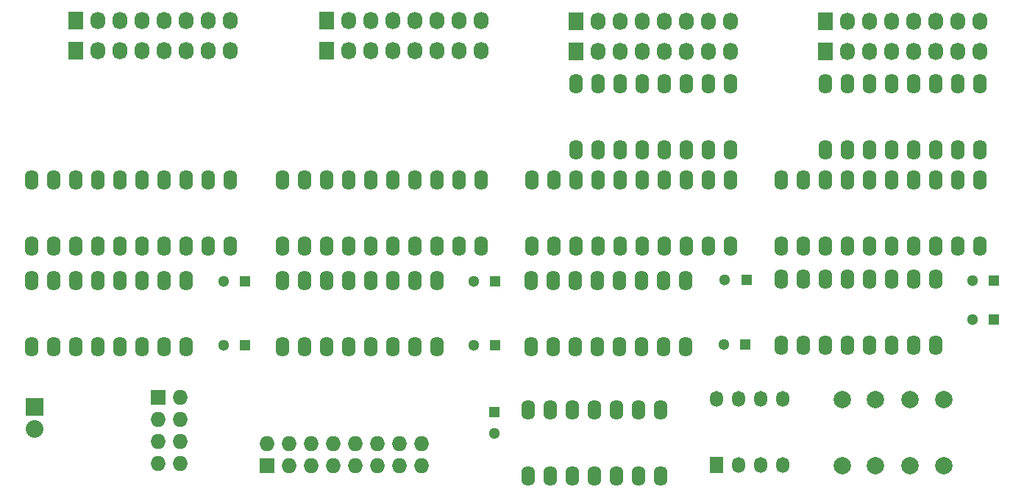
<source format=gts>
G04 #@! TF.FileFunction,Soldermask,Top*
%FSLAX46Y46*%
G04 Gerber Fmt 4.6, Leading zero omitted, Abs format (unit mm)*
G04 Created by KiCad (PCBNEW 4.0.3-stable) date 10/17/16 14:31:28*
%MOMM*%
%LPD*%
G01*
G04 APERTURE LIST*
%ADD10C,0.100000*%
%ADD11R,1.300000X1.300000*%
%ADD12C,1.300000*%
%ADD13R,1.727200X2.032000*%
%ADD14O,1.727200X2.032000*%
%ADD15O,1.600000X2.300000*%
%ADD16R,1.727200X1.727200*%
%ADD17O,1.727200X1.727200*%
%ADD18C,1.998980*%
%ADD19R,1.524000X1.824000*%
%ADD20O,1.524000X1.824000*%
%ADD21R,2.032000X2.032000*%
%ADD22O,2.032000X2.032000*%
G04 APERTURE END LIST*
D10*
D11*
X137200000Y-104500000D03*
D12*
X134700000Y-104500000D03*
D11*
X137200000Y-97100000D03*
D12*
X134700000Y-97100000D03*
D11*
X166000000Y-104500000D03*
D12*
X163500000Y-104500000D03*
D11*
X166000000Y-97100000D03*
D12*
X163500000Y-97100000D03*
D11*
X194800000Y-104400000D03*
D12*
X192300000Y-104400000D03*
D11*
X194900000Y-96900000D03*
D12*
X192400000Y-96900000D03*
D11*
X223400000Y-101500000D03*
D12*
X220900000Y-101500000D03*
D11*
X223400000Y-97000000D03*
D12*
X220900000Y-97000000D03*
D13*
X117700000Y-70500000D03*
D14*
X120240000Y-70500000D03*
X122780000Y-70500000D03*
X125320000Y-70500000D03*
X127860000Y-70500000D03*
X130400000Y-70500000D03*
X132940000Y-70500000D03*
X135480000Y-70500000D03*
D13*
X117700000Y-67000000D03*
D14*
X120240000Y-67000000D03*
X122780000Y-67000000D03*
X125320000Y-67000000D03*
X127860000Y-67000000D03*
X130400000Y-67000000D03*
X132940000Y-67000000D03*
X135480000Y-67000000D03*
D13*
X146600000Y-70500000D03*
D14*
X149140000Y-70500000D03*
X151680000Y-70500000D03*
X154220000Y-70500000D03*
X156760000Y-70500000D03*
X159300000Y-70500000D03*
X161840000Y-70500000D03*
X164380000Y-70500000D03*
D13*
X146600000Y-67000000D03*
D14*
X149140000Y-67000000D03*
X151680000Y-67000000D03*
X154220000Y-67000000D03*
X156760000Y-67000000D03*
X159300000Y-67000000D03*
X161840000Y-67000000D03*
X164380000Y-67000000D03*
D15*
X175300000Y-81900000D03*
X177840000Y-81900000D03*
X180380000Y-81900000D03*
X182920000Y-81900000D03*
X185460000Y-81900000D03*
X188000000Y-81900000D03*
X190540000Y-81900000D03*
X193080000Y-81900000D03*
X193080000Y-74280000D03*
X190540000Y-74280000D03*
X188000000Y-74280000D03*
X185460000Y-74280000D03*
X182920000Y-74280000D03*
X180380000Y-74280000D03*
X177840000Y-74280000D03*
X175300000Y-74280000D03*
X204000000Y-81900000D03*
X206540000Y-81900000D03*
X209080000Y-81900000D03*
X211620000Y-81900000D03*
X214160000Y-81900000D03*
X216700000Y-81900000D03*
X219240000Y-81900000D03*
X221780000Y-81900000D03*
X221780000Y-74280000D03*
X219240000Y-74280000D03*
X216700000Y-74280000D03*
X214160000Y-74280000D03*
X211620000Y-74280000D03*
X209080000Y-74280000D03*
X206540000Y-74280000D03*
X204000000Y-74280000D03*
X112600000Y-104600000D03*
X115140000Y-104600000D03*
X117680000Y-104600000D03*
X120220000Y-104600000D03*
X122760000Y-104600000D03*
X125300000Y-104600000D03*
X127840000Y-104600000D03*
X130380000Y-104600000D03*
X130380000Y-96980000D03*
X127840000Y-96980000D03*
X125300000Y-96980000D03*
X122760000Y-96980000D03*
X120220000Y-96980000D03*
X117680000Y-96980000D03*
X115140000Y-96980000D03*
X112600000Y-96980000D03*
X112600000Y-93000000D03*
X115140000Y-93000000D03*
X117680000Y-93000000D03*
X120220000Y-93000000D03*
X122760000Y-93000000D03*
X125300000Y-93000000D03*
X127840000Y-93000000D03*
X130380000Y-93000000D03*
X132920000Y-93000000D03*
X135460000Y-93000000D03*
X135460000Y-85380000D03*
X132920000Y-85380000D03*
X130380000Y-85380000D03*
X127840000Y-85380000D03*
X125300000Y-85380000D03*
X122760000Y-85380000D03*
X120220000Y-85380000D03*
X117680000Y-85380000D03*
X115140000Y-85380000D03*
X112600000Y-85380000D03*
X141500000Y-104600000D03*
X144040000Y-104600000D03*
X146580000Y-104600000D03*
X149120000Y-104600000D03*
X151660000Y-104600000D03*
X154200000Y-104600000D03*
X156740000Y-104600000D03*
X159280000Y-104600000D03*
X159280000Y-96980000D03*
X156740000Y-96980000D03*
X154200000Y-96980000D03*
X151660000Y-96980000D03*
X149120000Y-96980000D03*
X146580000Y-96980000D03*
X144040000Y-96980000D03*
X141500000Y-96980000D03*
X141500000Y-93000000D03*
X144040000Y-93000000D03*
X146580000Y-93000000D03*
X149120000Y-93000000D03*
X151660000Y-93000000D03*
X154200000Y-93000000D03*
X156740000Y-93000000D03*
X159280000Y-93000000D03*
X161820000Y-93000000D03*
X164360000Y-93000000D03*
X164360000Y-85380000D03*
X161820000Y-85380000D03*
X159280000Y-85380000D03*
X156740000Y-85380000D03*
X154200000Y-85380000D03*
X151660000Y-85380000D03*
X149120000Y-85380000D03*
X146580000Y-85380000D03*
X144040000Y-85380000D03*
X141500000Y-85380000D03*
X170100000Y-104600000D03*
X172640000Y-104600000D03*
X175180000Y-104600000D03*
X177720000Y-104600000D03*
X180260000Y-104600000D03*
X182800000Y-104600000D03*
X185340000Y-104600000D03*
X187880000Y-104600000D03*
X187880000Y-96980000D03*
X185340000Y-96980000D03*
X182800000Y-96980000D03*
X180260000Y-96980000D03*
X177720000Y-96980000D03*
X175180000Y-96980000D03*
X172640000Y-96980000D03*
X170100000Y-96980000D03*
X170200000Y-93000000D03*
X172740000Y-93000000D03*
X175280000Y-93000000D03*
X177820000Y-93000000D03*
X180360000Y-93000000D03*
X182900000Y-93000000D03*
X185440000Y-93000000D03*
X187980000Y-93000000D03*
X190520000Y-93000000D03*
X193060000Y-93000000D03*
X193060000Y-85380000D03*
X190520000Y-85380000D03*
X187980000Y-85380000D03*
X185440000Y-85380000D03*
X182900000Y-85380000D03*
X180360000Y-85380000D03*
X177820000Y-85380000D03*
X175280000Y-85380000D03*
X172740000Y-85380000D03*
X170200000Y-85380000D03*
X198900000Y-104500000D03*
X201440000Y-104500000D03*
X203980000Y-104500000D03*
X206520000Y-104500000D03*
X209060000Y-104500000D03*
X211600000Y-104500000D03*
X214140000Y-104500000D03*
X216680000Y-104500000D03*
X216680000Y-96880000D03*
X214140000Y-96880000D03*
X211600000Y-96880000D03*
X209060000Y-96880000D03*
X206520000Y-96880000D03*
X203980000Y-96880000D03*
X201440000Y-96880000D03*
X198900000Y-96880000D03*
X198900000Y-93000000D03*
X201440000Y-93000000D03*
X203980000Y-93000000D03*
X206520000Y-93000000D03*
X209060000Y-93000000D03*
X211600000Y-93000000D03*
X214140000Y-93000000D03*
X216680000Y-93000000D03*
X219220000Y-93000000D03*
X221760000Y-93000000D03*
X221760000Y-85380000D03*
X219220000Y-85380000D03*
X216680000Y-85380000D03*
X214140000Y-85380000D03*
X211600000Y-85380000D03*
X209060000Y-85380000D03*
X206520000Y-85380000D03*
X203980000Y-85380000D03*
X201440000Y-85380000D03*
X198900000Y-85380000D03*
D13*
X175300000Y-70600000D03*
D14*
X177840000Y-70600000D03*
X180380000Y-70600000D03*
X182920000Y-70600000D03*
X185460000Y-70600000D03*
X188000000Y-70600000D03*
X190540000Y-70600000D03*
X193080000Y-70600000D03*
D13*
X175300000Y-67100000D03*
D14*
X177840000Y-67100000D03*
X180380000Y-67100000D03*
X182920000Y-67100000D03*
X185460000Y-67100000D03*
X188000000Y-67100000D03*
X190540000Y-67100000D03*
X193080000Y-67100000D03*
D13*
X204000000Y-67100000D03*
D14*
X206540000Y-67100000D03*
X209080000Y-67100000D03*
X211620000Y-67100000D03*
X214160000Y-67100000D03*
X216700000Y-67100000D03*
X219240000Y-67100000D03*
X221780000Y-67100000D03*
D13*
X204000000Y-70600000D03*
D14*
X206540000Y-70600000D03*
X209080000Y-70600000D03*
X211620000Y-70600000D03*
X214160000Y-70600000D03*
X216700000Y-70600000D03*
X219240000Y-70600000D03*
X221780000Y-70600000D03*
D11*
X165850000Y-112150000D03*
D12*
X165850000Y-114650000D03*
D16*
X139700000Y-118350000D03*
D17*
X139700000Y-115810000D03*
X142240000Y-118350000D03*
X142240000Y-115810000D03*
X144780000Y-118350000D03*
X144780000Y-115810000D03*
X147320000Y-118350000D03*
X147320000Y-115810000D03*
X149860000Y-118350000D03*
X149860000Y-115810000D03*
X152400000Y-118350000D03*
X152400000Y-115810000D03*
X154940000Y-118350000D03*
X154940000Y-115810000D03*
X157480000Y-118350000D03*
X157480000Y-115810000D03*
D18*
X205900000Y-118350000D03*
X205900000Y-110730000D03*
X209750000Y-118350000D03*
X209750000Y-110730000D03*
X213700000Y-118350000D03*
X213700000Y-110730000D03*
X217600000Y-118350000D03*
X217600000Y-110730000D03*
D15*
X169800000Y-119550000D03*
X172340000Y-119550000D03*
X174880000Y-119550000D03*
X177420000Y-119550000D03*
X179960000Y-119550000D03*
X182500000Y-119550000D03*
X185040000Y-119550000D03*
X185040000Y-111930000D03*
X182500000Y-111930000D03*
X179960000Y-111930000D03*
X177420000Y-111930000D03*
X174880000Y-111930000D03*
X172340000Y-111930000D03*
X169800000Y-111930000D03*
D19*
X191500000Y-118250000D03*
D20*
X191500000Y-110630000D03*
X194040000Y-118250000D03*
X194040000Y-110630000D03*
X196580000Y-118250000D03*
X196580000Y-110630000D03*
X199120000Y-118250000D03*
X199120000Y-110630000D03*
D16*
X127200000Y-110450000D03*
D17*
X129740000Y-110450000D03*
X127200000Y-112990000D03*
X129740000Y-112990000D03*
X127200000Y-115530000D03*
X129740000Y-115530000D03*
X127200000Y-118070000D03*
X129740000Y-118070000D03*
D21*
X112950000Y-111550000D03*
D22*
X112950000Y-114090000D03*
M02*

</source>
